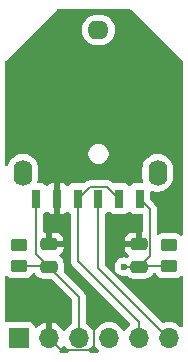
<source format=gbr>
%TF.GenerationSoftware,KiCad,Pcbnew,8.0.4*%
%TF.CreationDate,2024-08-04T00:04:10+10:00*%
%TF.ProjectId,EVQWKL001-breadboard,45565157-4b4c-4303-9031-2d6272656164,rev?*%
%TF.SameCoordinates,Original*%
%TF.FileFunction,Copper,L1,Top*%
%TF.FilePolarity,Positive*%
%FSLAX46Y46*%
G04 Gerber Fmt 4.6, Leading zero omitted, Abs format (unit mm)*
G04 Created by KiCad (PCBNEW 8.0.4) date 2024-08-04 00:04:10*
%MOMM*%
%LPD*%
G01*
G04 APERTURE LIST*
G04 Aperture macros list*
%AMRoundRect*
0 Rectangle with rounded corners*
0 $1 Rounding radius*
0 $2 $3 $4 $5 $6 $7 $8 $9 X,Y pos of 4 corners*
0 Add a 4 corners polygon primitive as box body*
4,1,4,$2,$3,$4,$5,$6,$7,$8,$9,$2,$3,0*
0 Add four circle primitives for the rounded corners*
1,1,$1+$1,$2,$3*
1,1,$1+$1,$4,$5*
1,1,$1+$1,$6,$7*
1,1,$1+$1,$8,$9*
0 Add four rect primitives between the rounded corners*
20,1,$1+$1,$2,$3,$4,$5,0*
20,1,$1+$1,$4,$5,$6,$7,0*
20,1,$1+$1,$6,$7,$8,$9,0*
20,1,$1+$1,$8,$9,$2,$3,0*%
G04 Aperture macros list end*
%TA.AperFunction,SMDPad,CuDef*%
%ADD10RoundRect,0.250000X0.475000X-0.250000X0.475000X0.250000X-0.475000X0.250000X-0.475000X-0.250000X0*%
%TD*%
%TA.AperFunction,SMDPad,CuDef*%
%ADD11RoundRect,0.250000X-0.475000X0.250000X-0.475000X-0.250000X0.475000X-0.250000X0.475000X0.250000X0*%
%TD*%
%TA.AperFunction,SMDPad,CuDef*%
%ADD12RoundRect,0.250000X0.450000X-0.262500X0.450000X0.262500X-0.450000X0.262500X-0.450000X-0.262500X0*%
%TD*%
%TA.AperFunction,SMDPad,CuDef*%
%ADD13R,0.800000X1.600000*%
%TD*%
%TA.AperFunction,ComponentPad*%
%ADD14O,1.600000X2.200000*%
%TD*%
%TA.AperFunction,ComponentPad*%
%ADD15O,1.800000X1.600000*%
%TD*%
%TA.AperFunction,ComponentPad*%
%ADD16R,1.700000X1.700000*%
%TD*%
%TA.AperFunction,ComponentPad*%
%ADD17O,1.700000X1.700000*%
%TD*%
%TA.AperFunction,ViaPad*%
%ADD18C,0.600000*%
%TD*%
%TA.AperFunction,Conductor*%
%ADD19C,0.130000*%
%TD*%
G04 APERTURE END LIST*
D10*
%TO.P,C1,1*%
%TO.N,ENC_A*%
X82550000Y-63180000D03*
%TO.P,C1,2*%
%TO.N,GND*%
X82550000Y-61280000D03*
%TD*%
D11*
%TO.P,C2,1*%
%TO.N,GND*%
X90170000Y-61280000D03*
%TO.P,C2,2*%
%TO.N,ENC_B*%
X90170000Y-63180000D03*
%TD*%
D12*
%TO.P,R1,1*%
%TO.N,ENC_A*%
X80010000Y-63142500D03*
%TO.P,R1,2*%
%TO.N,+3.3V*%
X80010000Y-61317500D03*
%TD*%
D13*
%TO.P,ENC1,A,A*%
%TO.N,ENC_A*%
X81485000Y-57420000D03*
%TO.P,ENC1,B,B*%
%TO.N,ENC_B*%
X90235000Y-57420000D03*
%TO.P,ENC1,C,C*%
%TO.N,GND*%
X83235000Y-57420000D03*
D14*
%TO.P,ENC1,GND*%
%TO.N,N/C*%
X80335000Y-55220000D03*
D15*
X86735000Y-43120000D03*
D14*
X91735000Y-55220000D03*
D13*
%TO.P,ENC1,S1,S1*%
%TO.N,SW1*%
X84985000Y-57420000D03*
X88485000Y-57420000D03*
%TO.P,ENC1,S2,S2*%
%TO.N,SW2*%
X86735000Y-57420000D03*
%TD*%
D16*
%TO.P,J1,1,Pin_1*%
%TO.N,+3.3V*%
X80010000Y-69215000D03*
D17*
%TO.P,J1,2,Pin_2*%
%TO.N,GND*%
X82550000Y-69215000D03*
%TO.P,J1,3,Pin_3*%
%TO.N,ENC_A*%
X85090000Y-69215000D03*
%TO.P,J1,4,Pin_4*%
%TO.N,ENC_B*%
X87630000Y-69215000D03*
%TO.P,J1,5,Pin_5*%
%TO.N,SW1*%
X90170000Y-69215000D03*
%TO.P,J1,6,Pin_6*%
%TO.N,SW2*%
X92710000Y-69215000D03*
%TD*%
D12*
%TO.P,R2,1*%
%TO.N,ENC_B*%
X92710000Y-63142500D03*
%TO.P,R2,2*%
%TO.N,+3.3V*%
X92710000Y-61317500D03*
%TD*%
D18*
%TO.N,ENC_B*%
X88900000Y-63180000D03*
%TD*%
D19*
%TO.N,GND*%
X86360000Y-69850000D02*
X86360000Y-67310000D01*
X82550000Y-69215000D02*
X83595000Y-70260000D01*
X83595000Y-70260000D02*
X85950000Y-70260000D01*
X85950000Y-70260000D02*
X86360000Y-69850000D01*
%TO.N,ENC_A*%
X82512500Y-63142500D02*
X82550000Y-63180000D01*
X82550000Y-63180000D02*
X81485000Y-62115000D01*
X85090000Y-65720000D02*
X82550000Y-63180000D01*
X80010000Y-63142500D02*
X82512500Y-63142500D01*
X81485000Y-62115000D02*
X81485000Y-57420000D01*
X85090000Y-69215000D02*
X85090000Y-65720000D01*
%TO.N,ENC_B*%
X91090000Y-62260000D02*
X91090000Y-58275000D01*
X88900000Y-63180000D02*
X90170000Y-63180000D01*
X91090000Y-58275000D02*
X90235000Y-57420000D01*
X90170000Y-63180000D02*
X91090000Y-62260000D01*
X92710000Y-63142500D02*
X90207500Y-63142500D01*
X90207500Y-63142500D02*
X90170000Y-63180000D01*
%TO.N,SW1*%
X87490000Y-56425000D02*
X88485000Y-57420000D01*
X85980000Y-56425000D02*
X87490000Y-56425000D01*
X90170000Y-67879964D02*
X84985000Y-62694964D01*
X84985000Y-57420000D02*
X85980000Y-56425000D01*
X90170000Y-69215000D02*
X90170000Y-67879964D01*
X84985000Y-62694964D02*
X84985000Y-57420000D01*
%TO.N,SW2*%
X92710000Y-69215000D02*
X92644964Y-69215000D01*
X92644964Y-69215000D02*
X86735000Y-63305036D01*
X86735000Y-63305036D02*
X86735000Y-57420000D01*
%TD*%
%TA.AperFunction,Conductor*%
%TO.N,GND*%
G36*
X83904549Y-69881110D02*
G01*
X83921269Y-69900405D01*
X84051505Y-70086401D01*
X84051506Y-70086402D01*
X84197923Y-70232819D01*
X84231408Y-70294142D01*
X84226424Y-70363834D01*
X84184552Y-70419767D01*
X84119088Y-70444184D01*
X84110242Y-70444500D01*
X83529050Y-70444500D01*
X83462011Y-70424815D01*
X83416256Y-70372011D01*
X83406312Y-70302853D01*
X83435337Y-70239297D01*
X83441369Y-70232819D01*
X83588105Y-70086082D01*
X83718119Y-69900405D01*
X83772696Y-69856781D01*
X83842195Y-69849588D01*
X83904549Y-69881110D01*
G37*
%TD.AperFunction*%
%TA.AperFunction,Conductor*%
G36*
X86444855Y-69881546D02*
G01*
X86461575Y-69900842D01*
X86591501Y-70086396D01*
X86591506Y-70086402D01*
X86737923Y-70232819D01*
X86771408Y-70294142D01*
X86766424Y-70363834D01*
X86724552Y-70419767D01*
X86659088Y-70444184D01*
X86650242Y-70444500D01*
X86069758Y-70444500D01*
X86002719Y-70424815D01*
X85956964Y-70372011D01*
X85947020Y-70302853D01*
X85976045Y-70239297D01*
X85982077Y-70232819D01*
X86042413Y-70172483D01*
X86128495Y-70086401D01*
X86258425Y-69900842D01*
X86313002Y-69857217D01*
X86382500Y-69850023D01*
X86444855Y-69881546D01*
G37*
%TD.AperFunction*%
%TA.AperFunction,Conductor*%
G36*
X81362523Y-63727685D02*
G01*
X81401021Y-63766901D01*
X81482288Y-63898656D01*
X81606344Y-64022712D01*
X81755666Y-64114814D01*
X81922203Y-64169999D01*
X82024991Y-64180500D01*
X82699399Y-64180499D01*
X82766438Y-64200183D01*
X82787080Y-64216818D01*
X84488181Y-65917919D01*
X84521666Y-65979242D01*
X84524500Y-66005600D01*
X84524500Y-67909587D01*
X84504815Y-67976626D01*
X84452907Y-68021968D01*
X84412173Y-68040963D01*
X84412169Y-68040965D01*
X84218597Y-68176505D01*
X84051508Y-68343594D01*
X83921269Y-68529595D01*
X83866692Y-68573219D01*
X83797193Y-68580412D01*
X83734839Y-68548890D01*
X83718119Y-68529594D01*
X83588113Y-68343926D01*
X83588108Y-68343920D01*
X83421082Y-68176894D01*
X83227578Y-68041399D01*
X83013492Y-67941570D01*
X83013486Y-67941567D01*
X82800000Y-67884364D01*
X82800000Y-68781988D01*
X82742993Y-68749075D01*
X82615826Y-68715000D01*
X82484174Y-68715000D01*
X82357007Y-68749075D01*
X82300000Y-68781988D01*
X82300000Y-67884364D01*
X82299999Y-67884364D01*
X82086513Y-67941567D01*
X82086507Y-67941570D01*
X81872422Y-68041399D01*
X81872420Y-68041400D01*
X81678926Y-68176886D01*
X81556865Y-68298947D01*
X81495542Y-68332431D01*
X81425850Y-68327447D01*
X81369917Y-68285575D01*
X81353002Y-68254598D01*
X81303797Y-68122671D01*
X81303793Y-68122664D01*
X81217547Y-68007455D01*
X81217544Y-68007452D01*
X81102335Y-67921206D01*
X81102328Y-67921202D01*
X80967482Y-67870908D01*
X80967483Y-67870908D01*
X80907883Y-67864501D01*
X80907881Y-67864500D01*
X80907873Y-67864500D01*
X80907864Y-67864500D01*
X79112129Y-67864500D01*
X79112123Y-67864501D01*
X79052517Y-67870908D01*
X79007831Y-67887575D01*
X78938140Y-67892558D01*
X78876817Y-67859072D01*
X78843333Y-67797748D01*
X78840500Y-67771392D01*
X78840500Y-64046230D01*
X78860185Y-63979191D01*
X78912989Y-63933436D01*
X78982147Y-63923492D01*
X79045703Y-63952517D01*
X79052181Y-63958549D01*
X79091344Y-63997712D01*
X79240666Y-64089814D01*
X79407203Y-64144999D01*
X79509991Y-64155500D01*
X80510008Y-64155499D01*
X80510016Y-64155498D01*
X80510019Y-64155498D01*
X80566302Y-64149748D01*
X80612797Y-64144999D01*
X80779334Y-64089814D01*
X80928656Y-63997712D01*
X81052712Y-63873656D01*
X81118557Y-63766902D01*
X81170505Y-63720179D01*
X81224096Y-63708000D01*
X81295484Y-63708000D01*
X81362523Y-63727685D01*
G37*
%TD.AperFunction*%
%TA.AperFunction,Conductor*%
G36*
X89509049Y-41395185D02*
G01*
X89529691Y-41411819D01*
X93843181Y-45725309D01*
X93876666Y-45786632D01*
X93879500Y-45812990D01*
X93879500Y-60413770D01*
X93859815Y-60480809D01*
X93807011Y-60526564D01*
X93737853Y-60536508D01*
X93674297Y-60507483D01*
X93667819Y-60501451D01*
X93628657Y-60462289D01*
X93628656Y-60462288D01*
X93484407Y-60373315D01*
X93479336Y-60370187D01*
X93479331Y-60370185D01*
X93456495Y-60362618D01*
X93312797Y-60315001D01*
X93312795Y-60315000D01*
X93210010Y-60304500D01*
X92209998Y-60304500D01*
X92209980Y-60304501D01*
X92107203Y-60315000D01*
X92107200Y-60315001D01*
X91940668Y-60370185D01*
X91940659Y-60370190D01*
X91844596Y-60429441D01*
X91777203Y-60447881D01*
X91710540Y-60426958D01*
X91665771Y-60373315D01*
X91655500Y-60323902D01*
X91655500Y-58200552D01*
X91655500Y-58200550D01*
X91616962Y-58056725D01*
X91542513Y-57927775D01*
X91437225Y-57822487D01*
X91437224Y-57822486D01*
X91432894Y-57818156D01*
X91432883Y-57818146D01*
X91171818Y-57557081D01*
X91138333Y-57495758D01*
X91135499Y-57469400D01*
X91135499Y-56863307D01*
X91155184Y-56796268D01*
X91207988Y-56750513D01*
X91277146Y-56740569D01*
X91297806Y-56745373D01*
X91399027Y-56778262D01*
X91430465Y-56788477D01*
X91531557Y-56804488D01*
X91632648Y-56820500D01*
X91632649Y-56820500D01*
X91837351Y-56820500D01*
X91837352Y-56820500D01*
X92039534Y-56788477D01*
X92234219Y-56725220D01*
X92416610Y-56632287D01*
X92581461Y-56512517D01*
X92582213Y-56511971D01*
X92582215Y-56511968D01*
X92582219Y-56511966D01*
X92726966Y-56367219D01*
X92726968Y-56367215D01*
X92726971Y-56367213D01*
X92802823Y-56262810D01*
X92847287Y-56201610D01*
X92940220Y-56019219D01*
X93003477Y-55824534D01*
X93035500Y-55622352D01*
X93035500Y-54817648D01*
X93003477Y-54615466D01*
X92940220Y-54420781D01*
X92940218Y-54420778D01*
X92940218Y-54420776D01*
X92906503Y-54354607D01*
X92847287Y-54238390D01*
X92839556Y-54227749D01*
X92726971Y-54072786D01*
X92582213Y-53928028D01*
X92416613Y-53807715D01*
X92416612Y-53807714D01*
X92416610Y-53807713D01*
X92359653Y-53778691D01*
X92234223Y-53714781D01*
X92039534Y-53651522D01*
X91864995Y-53623878D01*
X91837352Y-53619500D01*
X91632648Y-53619500D01*
X91608329Y-53623351D01*
X91430465Y-53651522D01*
X91235776Y-53714781D01*
X91053386Y-53807715D01*
X90887786Y-53928028D01*
X90743028Y-54072786D01*
X90622715Y-54238386D01*
X90529781Y-54420776D01*
X90466522Y-54615465D01*
X90434500Y-54817648D01*
X90434500Y-55622351D01*
X90466523Y-55824535D01*
X90466523Y-55824538D01*
X90509622Y-55957182D01*
X90511617Y-56027023D01*
X90475537Y-56086856D01*
X90412836Y-56117684D01*
X90391691Y-56119500D01*
X89787129Y-56119500D01*
X89787123Y-56119501D01*
X89727516Y-56125908D01*
X89592671Y-56176202D01*
X89592664Y-56176206D01*
X89477455Y-56262452D01*
X89459266Y-56286750D01*
X89403332Y-56328620D01*
X89333640Y-56333604D01*
X89272317Y-56300118D01*
X89260734Y-56286750D01*
X89260603Y-56286575D01*
X89242546Y-56262454D01*
X89242544Y-56262453D01*
X89242544Y-56262452D01*
X89127335Y-56176206D01*
X89127328Y-56176202D01*
X88992482Y-56125908D01*
X88992483Y-56125908D01*
X88932883Y-56119501D01*
X88932881Y-56119500D01*
X88932873Y-56119500D01*
X88932865Y-56119500D01*
X88035600Y-56119500D01*
X87968561Y-56099815D01*
X87947919Y-56083181D01*
X87837226Y-55972488D01*
X87837221Y-55972484D01*
X87708277Y-55898039D01*
X87708276Y-55898038D01*
X87672318Y-55888403D01*
X87564450Y-55859500D01*
X86054450Y-55859500D01*
X85905550Y-55859500D01*
X85819255Y-55882622D01*
X85761723Y-55898038D01*
X85761722Y-55898039D01*
X85632778Y-55972484D01*
X85632773Y-55972488D01*
X85522078Y-56083182D01*
X85460755Y-56116666D01*
X85434398Y-56119500D01*
X84537129Y-56119500D01*
X84537123Y-56119501D01*
X84477516Y-56125908D01*
X84342671Y-56176202D01*
X84342664Y-56176206D01*
X84227456Y-56262452D01*
X84227455Y-56262453D01*
X84227454Y-56262454D01*
X84216417Y-56277196D01*
X84208952Y-56287169D01*
X84153017Y-56329038D01*
X84083325Y-56334020D01*
X84022003Y-56300533D01*
X84010420Y-56287165D01*
X83992188Y-56262810D01*
X83992187Y-56262809D01*
X83877093Y-56176649D01*
X83877086Y-56176645D01*
X83742379Y-56126403D01*
X83742372Y-56126401D01*
X83682844Y-56120000D01*
X83485000Y-56120000D01*
X83485000Y-58720000D01*
X83682828Y-58720000D01*
X83682844Y-58719999D01*
X83742372Y-58713598D01*
X83742379Y-58713596D01*
X83877086Y-58663354D01*
X83877093Y-58663350D01*
X83992185Y-58577192D01*
X84010418Y-58552835D01*
X84066351Y-58510963D01*
X84136043Y-58505977D01*
X84197367Y-58539461D01*
X84208953Y-58552832D01*
X84227455Y-58577547D01*
X84342664Y-58663793D01*
X84350454Y-58668047D01*
X84349283Y-58670191D01*
X84394757Y-58704223D01*
X84419183Y-58769684D01*
X84419500Y-58778547D01*
X84419500Y-62620514D01*
X84419500Y-62769414D01*
X84435862Y-62830476D01*
X84458038Y-62913240D01*
X84458039Y-62913241D01*
X84532484Y-63042185D01*
X84532488Y-63042190D01*
X89410668Y-67920370D01*
X89444153Y-67981693D01*
X89439169Y-68051385D01*
X89397297Y-68107318D01*
X89394111Y-68109625D01*
X89298598Y-68176504D01*
X89131505Y-68343597D01*
X89001575Y-68529158D01*
X88946998Y-68572783D01*
X88877500Y-68579977D01*
X88815145Y-68548454D01*
X88798425Y-68529158D01*
X88668494Y-68343597D01*
X88501402Y-68176506D01*
X88501399Y-68176504D01*
X88424518Y-68122671D01*
X88307834Y-68040967D01*
X88307830Y-68040965D01*
X88307821Y-68040961D01*
X88093663Y-67941097D01*
X88093659Y-67941096D01*
X88093655Y-67941094D01*
X87865413Y-67879938D01*
X87865403Y-67879936D01*
X87630001Y-67859341D01*
X87629999Y-67859341D01*
X87394596Y-67879936D01*
X87394586Y-67879938D01*
X87166344Y-67941094D01*
X87166335Y-67941098D01*
X86952171Y-68040964D01*
X86952169Y-68040965D01*
X86758597Y-68176505D01*
X86591505Y-68343597D01*
X86461575Y-68529158D01*
X86406998Y-68572783D01*
X86337500Y-68579977D01*
X86275145Y-68548454D01*
X86258425Y-68529158D01*
X86128494Y-68343597D01*
X85961402Y-68176506D01*
X85961399Y-68176504D01*
X85884518Y-68122671D01*
X85767831Y-68040965D01*
X85767824Y-68040961D01*
X85727094Y-68021968D01*
X85674655Y-67975795D01*
X85655500Y-67909587D01*
X85655500Y-65645552D01*
X85655500Y-65645550D01*
X85616962Y-65501725D01*
X85542513Y-65372775D01*
X85437225Y-65267487D01*
X83805509Y-63635771D01*
X83772024Y-63574448D01*
X83769832Y-63535487D01*
X83775500Y-63480009D01*
X83775499Y-62879992D01*
X83764999Y-62777203D01*
X83709814Y-62610666D01*
X83617712Y-62461344D01*
X83493656Y-62337288D01*
X83490342Y-62335243D01*
X83488546Y-62333248D01*
X83487989Y-62332807D01*
X83488064Y-62332711D01*
X83443618Y-62283297D01*
X83432397Y-62214334D01*
X83460240Y-62150252D01*
X83490348Y-62124165D01*
X83493342Y-62122318D01*
X83617315Y-61998345D01*
X83709356Y-61849124D01*
X83709358Y-61849119D01*
X83764505Y-61682697D01*
X83764506Y-61682690D01*
X83774999Y-61579986D01*
X83775000Y-61579973D01*
X83775000Y-61530000D01*
X82424000Y-61530000D01*
X82356961Y-61510315D01*
X82311206Y-61457511D01*
X82300000Y-61406000D01*
X82300000Y-61030000D01*
X82800000Y-61030000D01*
X83774999Y-61030000D01*
X83774999Y-60980028D01*
X83774998Y-60980013D01*
X83764505Y-60877302D01*
X83709358Y-60710880D01*
X83709356Y-60710875D01*
X83617315Y-60561654D01*
X83493345Y-60437684D01*
X83344124Y-60345643D01*
X83344119Y-60345641D01*
X83177697Y-60290494D01*
X83177690Y-60290493D01*
X83074986Y-60280000D01*
X82800000Y-60280000D01*
X82800000Y-61030000D01*
X82300000Y-61030000D01*
X82300000Y-60280000D01*
X82174500Y-60280000D01*
X82107461Y-60260315D01*
X82061706Y-60207511D01*
X82050500Y-60156000D01*
X82050500Y-58778547D01*
X82070185Y-58711508D01*
X82119801Y-58668514D01*
X82119546Y-58668047D01*
X82121697Y-58666872D01*
X82122989Y-58665753D01*
X82126128Y-58664452D01*
X82127326Y-58663797D01*
X82127331Y-58663796D01*
X82242546Y-58577546D01*
X82261045Y-58552833D01*
X82316978Y-58510962D01*
X82386670Y-58505978D01*
X82447993Y-58539462D01*
X82459579Y-58552833D01*
X82477813Y-58577191D01*
X82592906Y-58663350D01*
X82592913Y-58663354D01*
X82727620Y-58713596D01*
X82727627Y-58713598D01*
X82787155Y-58719999D01*
X82787172Y-58720000D01*
X82985000Y-58720000D01*
X82985000Y-56120000D01*
X82787155Y-56120000D01*
X82727627Y-56126401D01*
X82727620Y-56126403D01*
X82592913Y-56176645D01*
X82592906Y-56176649D01*
X82477812Y-56262809D01*
X82459578Y-56287167D01*
X82403644Y-56329037D01*
X82333952Y-56334021D01*
X82272629Y-56300535D01*
X82261046Y-56287167D01*
X82260734Y-56286750D01*
X82242546Y-56262454D01*
X82242544Y-56262453D01*
X82242544Y-56262452D01*
X82127335Y-56176206D01*
X82127328Y-56176202D01*
X81992482Y-56125908D01*
X81992483Y-56125908D01*
X81932883Y-56119501D01*
X81932881Y-56119500D01*
X81932873Y-56119500D01*
X81932865Y-56119500D01*
X81678308Y-56119500D01*
X81611269Y-56099815D01*
X81565514Y-56047011D01*
X81555570Y-55977853D01*
X81560377Y-55957181D01*
X81575119Y-55911812D01*
X81603477Y-55824534D01*
X81635500Y-55622352D01*
X81635500Y-54817648D01*
X81603477Y-54615466D01*
X81540220Y-54420781D01*
X81540218Y-54420778D01*
X81540218Y-54420776D01*
X81506503Y-54354607D01*
X81447287Y-54238390D01*
X81439556Y-54227749D01*
X81326971Y-54072786D01*
X81182213Y-53928028D01*
X81016613Y-53807715D01*
X81016612Y-53807714D01*
X81016610Y-53807713D01*
X80959653Y-53778691D01*
X80834223Y-53714781D01*
X80639534Y-53651522D01*
X80464995Y-53623878D01*
X80437352Y-53619500D01*
X80232648Y-53619500D01*
X80208329Y-53623351D01*
X80030465Y-53651522D01*
X79835776Y-53714781D01*
X79653386Y-53807715D01*
X79487786Y-53928028D01*
X79343028Y-54072786D01*
X79222715Y-54238386D01*
X79129781Y-54420776D01*
X79082431Y-54566506D01*
X79042993Y-54624181D01*
X78978634Y-54651379D01*
X78909788Y-54639464D01*
X78858312Y-54592220D01*
X78840500Y-54528187D01*
X78840500Y-53535834D01*
X85880500Y-53535834D01*
X85880500Y-53704165D01*
X85913336Y-53869241D01*
X85913338Y-53869249D01*
X85977750Y-54024755D01*
X85977755Y-54024764D01*
X86071265Y-54164711D01*
X86071268Y-54164715D01*
X86190284Y-54283731D01*
X86190288Y-54283734D01*
X86330235Y-54377244D01*
X86330241Y-54377247D01*
X86330242Y-54377248D01*
X86485751Y-54441662D01*
X86650834Y-54474499D01*
X86650838Y-54474500D01*
X86650839Y-54474500D01*
X86819162Y-54474500D01*
X86819163Y-54474499D01*
X86984249Y-54441662D01*
X87139758Y-54377248D01*
X87279712Y-54283734D01*
X87398734Y-54164712D01*
X87492248Y-54024758D01*
X87556662Y-53869249D01*
X87589500Y-53704161D01*
X87589500Y-53535839D01*
X87556662Y-53370751D01*
X87492248Y-53215242D01*
X87492247Y-53215241D01*
X87492244Y-53215235D01*
X87398734Y-53075288D01*
X87398731Y-53075284D01*
X87279715Y-52956268D01*
X87279711Y-52956265D01*
X87139764Y-52862755D01*
X87139755Y-52862750D01*
X86984249Y-52798338D01*
X86984241Y-52798336D01*
X86819165Y-52765500D01*
X86819161Y-52765500D01*
X86650839Y-52765500D01*
X86650834Y-52765500D01*
X86485758Y-52798336D01*
X86485750Y-52798338D01*
X86330244Y-52862750D01*
X86330235Y-52862755D01*
X86190288Y-52956265D01*
X86190284Y-52956268D01*
X86071268Y-53075284D01*
X86071265Y-53075288D01*
X85977755Y-53215235D01*
X85977750Y-53215244D01*
X85913338Y-53370750D01*
X85913336Y-53370758D01*
X85880500Y-53535834D01*
X78840500Y-53535834D01*
X78840500Y-45812990D01*
X78860185Y-45745951D01*
X78876819Y-45725309D01*
X81584481Y-43017648D01*
X85334500Y-43017648D01*
X85334500Y-43222351D01*
X85366522Y-43424534D01*
X85429781Y-43619223D01*
X85522715Y-43801613D01*
X85643028Y-43967213D01*
X85787786Y-44111971D01*
X85942749Y-44224556D01*
X85953390Y-44232287D01*
X86069607Y-44291503D01*
X86135776Y-44325218D01*
X86135778Y-44325218D01*
X86135781Y-44325220D01*
X86240137Y-44359127D01*
X86330465Y-44388477D01*
X86431557Y-44404488D01*
X86532648Y-44420500D01*
X86532649Y-44420500D01*
X86937351Y-44420500D01*
X86937352Y-44420500D01*
X87139534Y-44388477D01*
X87334219Y-44325220D01*
X87516610Y-44232287D01*
X87609590Y-44164732D01*
X87682213Y-44111971D01*
X87682215Y-44111968D01*
X87682219Y-44111966D01*
X87826966Y-43967219D01*
X87826968Y-43967215D01*
X87826971Y-43967213D01*
X87879732Y-43894590D01*
X87947287Y-43801610D01*
X88040220Y-43619219D01*
X88103477Y-43424534D01*
X88135500Y-43222352D01*
X88135500Y-43017648D01*
X88103477Y-42815466D01*
X88040220Y-42620781D01*
X88040218Y-42620778D01*
X88040218Y-42620776D01*
X88006503Y-42554607D01*
X87947287Y-42438390D01*
X87939556Y-42427749D01*
X87826971Y-42272786D01*
X87682213Y-42128028D01*
X87516613Y-42007715D01*
X87516612Y-42007714D01*
X87516610Y-42007713D01*
X87459653Y-41978691D01*
X87334223Y-41914781D01*
X87139534Y-41851522D01*
X86964995Y-41823878D01*
X86937352Y-41819500D01*
X86532648Y-41819500D01*
X86508329Y-41823351D01*
X86330465Y-41851522D01*
X86135776Y-41914781D01*
X85953386Y-42007715D01*
X85787786Y-42128028D01*
X85643028Y-42272786D01*
X85522715Y-42438386D01*
X85429781Y-42620776D01*
X85366522Y-42815465D01*
X85334500Y-43017648D01*
X81584481Y-43017648D01*
X83190310Y-41411819D01*
X83251633Y-41378334D01*
X83277991Y-41375500D01*
X89442010Y-41375500D01*
X89509049Y-41395185D01*
G37*
%TD.AperFunction*%
%TA.AperFunction,Conductor*%
G36*
X89447681Y-58539880D02*
G01*
X89459267Y-58553251D01*
X89477454Y-58577546D01*
X89477455Y-58577547D01*
X89592664Y-58663793D01*
X89592671Y-58663797D01*
X89637618Y-58680561D01*
X89727517Y-58714091D01*
X89787127Y-58720500D01*
X90400500Y-58720499D01*
X90467539Y-58740183D01*
X90513294Y-58792987D01*
X90524500Y-58844499D01*
X90524500Y-60156000D01*
X90504815Y-60223039D01*
X90452011Y-60268794D01*
X90425421Y-60274578D01*
X90420000Y-60280000D01*
X90420000Y-61406000D01*
X90400315Y-61473039D01*
X90347511Y-61518794D01*
X90296000Y-61530000D01*
X88945001Y-61530000D01*
X88945001Y-61579986D01*
X88955494Y-61682697D01*
X89010641Y-61849119D01*
X89010643Y-61849124D01*
X89102684Y-61998345D01*
X89226657Y-62122318D01*
X89229652Y-62124165D01*
X89231275Y-62125969D01*
X89232323Y-62126798D01*
X89232181Y-62126976D01*
X89276379Y-62176110D01*
X89287604Y-62245073D01*
X89259764Y-62309156D01*
X89229662Y-62335241D01*
X89226344Y-62337287D01*
X89226343Y-62337287D01*
X89200780Y-62362851D01*
X89139456Y-62396335D01*
X89085503Y-62396058D01*
X89079250Y-62394630D01*
X88900004Y-62374435D01*
X88899996Y-62374435D01*
X88720750Y-62394630D01*
X88720745Y-62394631D01*
X88550476Y-62454211D01*
X88397737Y-62550184D01*
X88270184Y-62677737D01*
X88174211Y-62830476D01*
X88114631Y-63000745D01*
X88114630Y-63000750D01*
X88094435Y-63179996D01*
X88094435Y-63180003D01*
X88114630Y-63359249D01*
X88114631Y-63359254D01*
X88174211Y-63529523D01*
X88230847Y-63619658D01*
X88270184Y-63682262D01*
X88397738Y-63809816D01*
X88550478Y-63905789D01*
X88716670Y-63963942D01*
X88720745Y-63965368D01*
X88720750Y-63965369D01*
X88899996Y-63985565D01*
X88900000Y-63985565D01*
X88900004Y-63985565D01*
X89079242Y-63965370D01*
X89079246Y-63965368D01*
X89079255Y-63965368D01*
X89079262Y-63965365D01*
X89085497Y-63963942D01*
X89155237Y-63968209D01*
X89200782Y-63997150D01*
X89226344Y-64022712D01*
X89375666Y-64114814D01*
X89542203Y-64169999D01*
X89644991Y-64180500D01*
X90695008Y-64180499D01*
X90695016Y-64180498D01*
X90695019Y-64180498D01*
X90751302Y-64174748D01*
X90797797Y-64169999D01*
X90964334Y-64114814D01*
X91113656Y-64022712D01*
X91237712Y-63898656D01*
X91318977Y-63766902D01*
X91370925Y-63720179D01*
X91424516Y-63708000D01*
X91495904Y-63708000D01*
X91562943Y-63727685D01*
X91601441Y-63766901D01*
X91667288Y-63873656D01*
X91791344Y-63997712D01*
X91940666Y-64089814D01*
X92107203Y-64144999D01*
X92209991Y-64155500D01*
X93210008Y-64155499D01*
X93210016Y-64155498D01*
X93210019Y-64155498D01*
X93266302Y-64149748D01*
X93312797Y-64144999D01*
X93479334Y-64089814D01*
X93628656Y-63997712D01*
X93667819Y-63958549D01*
X93729142Y-63925064D01*
X93798834Y-63930048D01*
X93854767Y-63971920D01*
X93879184Y-64037384D01*
X93879500Y-64046230D01*
X93879500Y-68175241D01*
X93859815Y-68242280D01*
X93807011Y-68288035D01*
X93737853Y-68297979D01*
X93674297Y-68268954D01*
X93667819Y-68262923D01*
X93647176Y-68242280D01*
X93581401Y-68176505D01*
X93581397Y-68176502D01*
X93581396Y-68176501D01*
X93387834Y-68040967D01*
X93387830Y-68040965D01*
X93387821Y-68040961D01*
X93173663Y-67941097D01*
X93173659Y-67941096D01*
X93173655Y-67941094D01*
X92945413Y-67879938D01*
X92945403Y-67879936D01*
X92710001Y-67859341D01*
X92709999Y-67859341D01*
X92474596Y-67879936D01*
X92474583Y-67879939D01*
X92255911Y-67938530D01*
X92186062Y-67936867D01*
X92136138Y-67906436D01*
X87336819Y-63107117D01*
X87303334Y-63045794D01*
X87300500Y-63019436D01*
X87300500Y-60980013D01*
X88945000Y-60980013D01*
X88945000Y-61030000D01*
X89920000Y-61030000D01*
X89920000Y-60280000D01*
X89645029Y-60280000D01*
X89645012Y-60280001D01*
X89542302Y-60290494D01*
X89375880Y-60345641D01*
X89375875Y-60345643D01*
X89226654Y-60437684D01*
X89102684Y-60561654D01*
X89010643Y-60710875D01*
X89010641Y-60710880D01*
X88955494Y-60877302D01*
X88955493Y-60877309D01*
X88945000Y-60980013D01*
X87300500Y-60980013D01*
X87300500Y-58778547D01*
X87320185Y-58711508D01*
X87369801Y-58668514D01*
X87369546Y-58668047D01*
X87371697Y-58666872D01*
X87372989Y-58665753D01*
X87376128Y-58664452D01*
X87377326Y-58663797D01*
X87377331Y-58663796D01*
X87492546Y-58577546D01*
X87510733Y-58553250D01*
X87566666Y-58511379D01*
X87636358Y-58506395D01*
X87697681Y-58539880D01*
X87709267Y-58553251D01*
X87727454Y-58577546D01*
X87727455Y-58577547D01*
X87842664Y-58663793D01*
X87842671Y-58663797D01*
X87977517Y-58714091D01*
X87977516Y-58714091D01*
X87984444Y-58714835D01*
X88037127Y-58720500D01*
X88932872Y-58720499D01*
X88992483Y-58714091D01*
X89127331Y-58663796D01*
X89242546Y-58577546D01*
X89260733Y-58553250D01*
X89316666Y-58511379D01*
X89386358Y-58506395D01*
X89447681Y-58539880D01*
G37*
%TD.AperFunction*%
%TD*%
M02*

</source>
